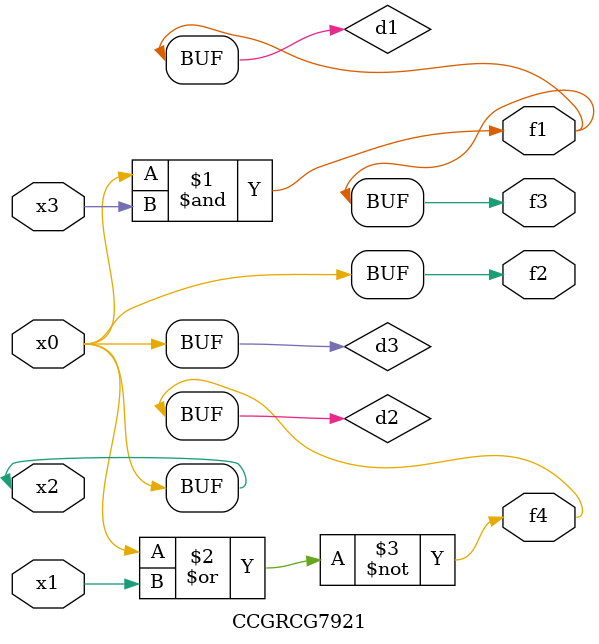
<source format=v>
module CCGRCG7921(
	input x0, x1, x2, x3,
	output f1, f2, f3, f4
);

	wire d1, d2, d3;

	and (d1, x2, x3);
	nor (d2, x0, x1);
	buf (d3, x0, x2);
	assign f1 = d1;
	assign f2 = d3;
	assign f3 = d1;
	assign f4 = d2;
endmodule

</source>
